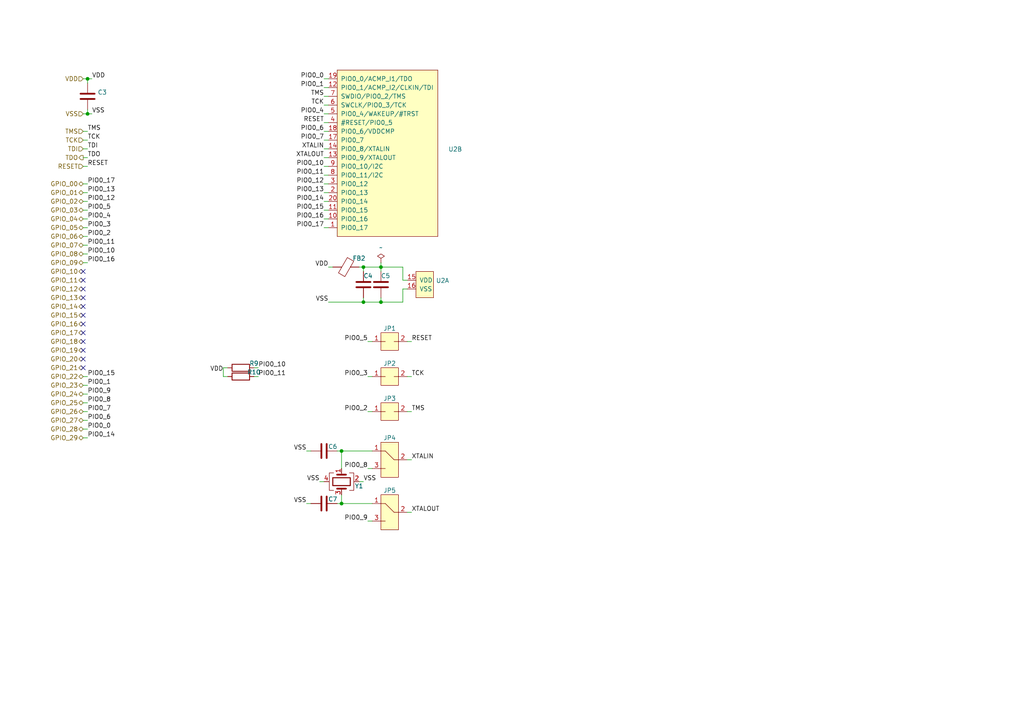
<source format=kicad_sch>
(kicad_sch (version 20211123) (generator eeschema)
  (paper "A4")
  (lib_symbols
    (symbol "Device:C" (pin_numbers hide) (pin_names (offset 0.254))
      (property "Reference" "C" (at 0.635 2.54 0))
      (property "Value" "C" (at 0.635 -2.54 0))
      (symbol "C_0_1"
        (polyline (pts (xy -2.032 -0.762) (xy 2.032 -0.762)) (stroke (width 0.508)))
        (polyline (pts (xy -2.032 0.762) (xy 2.032 0.762)) (stroke (width 0.508)))
      )
      (symbol "C_1_1"
        (pin passive line (at 0 3.81 270) (length 2.794) (name "~") (number "1"))
        (pin passive line (at 0 -3.81 90) (length 2.794) (name "~") (number "2"))
      )
    )
    (symbol "Device:Crystal_GND24" (pin_names (offset 1.016) hide)
      (property "Reference" "Y" (at 3.175 5.08 0))
      (property "Value" "Crystal_GND24" (at 3.175 3.175 0))
      (symbol "Crystal_GND24_0_1"
        (rectangle (start -1.143 2.54) (end 1.143 -2.54) (stroke (width 0.3048)))
        (polyline (pts (xy -2.54 0) (xy -2.032 0)))
        (polyline (pts (xy -2.032 -1.27) (xy -2.032 1.27)) (stroke (width 0.508)))
        (polyline (pts (xy 0 -3.81) (xy 0 -3.556)))
        (polyline (pts (xy 0 3.556) (xy 0 3.81)))
        (polyline (pts (xy 2.032 -1.27) (xy 2.032 1.27)) (stroke (width 0.508)))
        (polyline (pts (xy 2.032 0) (xy 2.54 0)))
        (polyline (pts (xy -2.54 -2.286) (xy -2.54 -3.556) (xy 2.54 -3.556) (xy 2.54 -2.286)))
        (polyline (pts (xy -2.54 2.286) (xy -2.54 3.556) (xy 2.54 3.556) (xy 2.54 2.286)))
      )
      (symbol "Crystal_GND24_1_1"
        (pin passive line (at -3.81 0 0) (length 1.27) (name "1") (number "1"))
        (pin passive line (at 0 5.08 270) (length 1.27) (name "2") (number "2"))
        (pin passive line (at 3.81 0 180) (length 1.27) (name "3") (number "3"))
        (pin passive line (at 0 -5.08 90) (length 1.27) (name "4") (number "4"))
      )
    )
    (symbol "Device:FerriteBead" (pin_numbers hide) (pin_names (offset 0))
      (property "Reference" "FB" (at -3.81 0.635 90))
      (property "Value" "FerriteBead" (at 3.81 0 90))
      (symbol "FerriteBead_0_1"
        (polyline (pts (xy 0 -1.27) (xy 0 -1.2192)))
        (polyline (pts (xy 0 1.27) (xy 0 1.2954)))
        (polyline (pts (xy -2.7686 0.4064) (xy -1.7018 2.2606) (xy 2.7686 -0.3048) (xy 1.6764 -2.159) (xy -2.7686 0.4064)))
      )
      (symbol "FerriteBead_1_1"
        (pin passive line (at 0 3.81 270) (length 2.54) (name "~") (number "1"))
        (pin passive line (at 0 -3.81 90) (length 2.54) (name "~") (number "2"))
      )
    )
    (symbol "Device:R" (pin_numbers hide) (pin_names (offset 0))
      (property "Reference" "R" (at 2.032 0 90))
      (property "Value" "R" (at 0 0 90))
      (symbol "R_0_1"
        (rectangle (start -1.016 -2.54) (end 1.016 2.54) (stroke (width 0.254)))
      )
      (symbol "R_1_1"
        (pin passive line (at 0 3.81 270) (length 1.27) (name "~") (number "1"))
        (pin passive line (at 0 -3.81 90) (length 1.27) (name "~") (number "2"))
      )
    )
    (symbol "SquantorNxp:LPC812M101JDH20" (pin_names (offset 1.016))
      (property "Reference" "U" (at 0 25.4 0))
      (property "Value" "LPC812M101JDH20" (at 0 -25.4 0))
      (symbol "LPC812M101JDH20_1_1"
        (rectangle (start -2.54 3.81) (end 2.54 -3.81) (fill (type background)))
        (pin power_in line (at -5.08 1.27 0) (length 2.54) (name "VDD") (number "15"))
        (pin power_in line (at -5.08 -1.27 0) (length 2.54) (name "VSS") (number "16"))
      )
      (symbol "LPC812M101JDH20_2_1"
        (rectangle (start -13.97 24.13) (end 15.24 -24.13) (fill (type background)))
        (pin bidirectional line (at -16.51 -21.59 0) (length 2.54) (name "PIO0_17") (number "1"))
        (pin bidirectional line (at -16.51 -19.05 0) (length 2.54) (name "PIO0_16") (number "10"))
        (pin bidirectional line (at -16.51 -16.51 0) (length 2.54) (name "PIO0_15") (number "11"))
        (pin bidirectional line (at -16.51 19.05 0) (length 2.54) (name "PIO0_1/ACMP_I2/CLKIN/TDI") (number "12"))
        (pin bidirectional line (at -16.51 -1.27 0) (length 2.54) (name "PIO0_9/XTALOUT") (number "13"))
        (pin bidirectional line (at -16.51 1.27 0) (length 2.54) (name "PIO0_8/XTALIN") (number "14"))
        (pin bidirectional line (at -16.51 3.81 0) (length 2.54) (name "PIO0_7") (number "17"))
        (pin bidirectional line (at -16.51 6.35 0) (length 2.54) (name "PIO0_6/VDDCMP") (number "18"))
        (pin bidirectional line (at -16.51 21.59 0) (length 2.54) (name "PIO0_0/ACMP_I1/TDO") (number "19"))
        (pin bidirectional line (at -16.51 -11.43 0) (length 2.54) (name "PIO0_13") (number "2"))
        (pin bidirectional line (at -16.51 -13.97 0) (length 2.54) (name "PIO0_14") (number "20"))
        (pin bidirectional line (at -16.51 -8.89 0) (length 2.54) (name "PIO0_12") (number "3"))
        (pin bidirectional line (at -16.51 8.89 0) (length 2.54) (name "#RESET/PIO0_5") (number "4"))
        (pin bidirectional line (at -16.51 11.43 0) (length 2.54) (name "PIO0_4/WAKEUP/#TRST") (number "5"))
        (pin bidirectional line (at -16.51 13.97 0) (length 2.54) (name "SWCLK/PIO0_3/TCK") (number "6"))
        (pin bidirectional line (at -16.51 16.51 0) (length 2.54) (name "SWDIO/PIO0_2/TMS") (number "7"))
        (pin bidirectional line (at -16.51 -6.35 0) (length 2.54) (name "PIO0_11/I2C") (number "8"))
        (pin bidirectional line (at -16.51 -3.81 0) (length 2.54) (name "PIO0_10/I2C") (number "9"))
      )
    )
    (symbol "SquantorSpecial:Solderjumper_2way_noconn" (pin_names (offset 1.016))
      (property "Reference" "JP" (at 0 3.81 0))
      (property "Value" "Solderjumper_2way_noconn" (at 0 -3.81 0))
      (symbol "Solderjumper_2way_noconn_0_1"
        (rectangle (start -2.54 2.54) (end 2.54 -2.54) (fill (type background)))
        (polyline (pts (xy -2.54 0) (xy -1.27 0)))
        (polyline (pts (xy 2.54 0) (xy 1.27 0)))
      )
      (symbol "Solderjumper_2way_noconn_1_1"
        (pin passive line (at -5.08 0 0) (length 2.54) (name "~") (number "1"))
        (pin passive line (at 5.08 0 180) (length 2.54) (name "~") (number "2"))
      )
    )
    (symbol "SquantorSpecial:Solderjumper_3way_12conn" (pin_names (offset 1.016))
      (property "Reference" "JP" (at 0 6.35 0))
      (property "Value" "Solderjumper_3way_12conn" (at 0 -6.35 0))
      (symbol "Solderjumper_3way_12conn_0_1"
        (rectangle (start -2.54 5.08) (end 2.54 -5.08) (fill (type background)))
        (polyline (pts (xy -2.54 -2.54) (xy -1.27 -2.54)))
        (polyline (pts (xy -2.54 2.54) (xy -1.27 2.54)))
        (polyline (pts (xy -1.27 2.54) (xy 1.27 0)))
        (polyline (pts (xy 2.54 0) (xy 1.27 0)))
      )
      (symbol "Solderjumper_3way_12conn_1_1"
        (pin passive line (at -5.08 2.54 0) (length 2.54) (name "~") (number "1"))
        (pin passive line (at 5.08 0 180) (length 2.54) (name "~") (number "2"))
        (pin passive line (at -5.08 -2.54 0) (length 2.54) (name "~") (number "3"))
      )
    )
    (symbol "power:PWR_FLAG" (power) (pin_numbers hide) (pin_names (offset 0) hide)
      (property "Value" "PWR_FLAG" (at 0 3.81 0))
      (symbol "PWR_FLAG_0_0"
        (pin power_out line (at 0 0 90) (length 0) (name "pwr") (number "1"))
      )
      (symbol "PWR_FLAG_0_1"
        (polyline (pts (xy 0 0) (xy 0 1.27) (xy -1.016 1.905) (xy 0 2.54) (xy 1.016 1.905) (xy 0 1.27)))
      )
    )
  )
  (junction (at 110.49 87.63))
  (junction (at 25.4 22.86))
  (junction (at 110.49 77.47))
  (junction (at 105.41 77.47))
  (junction (at 99.06 130.81))
  (junction (at 99.06 146.05))
  (junction (at 105.41 87.63))
  (junction (at 25.4 33.02))
  (no_connect (at 24.13 81.28))
  (no_connect (at 24.13 106.68))
  (no_connect (at 24.13 78.74))
  (no_connect (at 24.13 96.52))
  (no_connect (at 24.13 86.36))
  (no_connect (at 24.13 101.6))
  (no_connect (at 24.13 93.98))
  (no_connect (at 24.13 88.9))
  (no_connect (at 24.13 91.44))
  (no_connect (at 24.13 83.82))
  (no_connect (at 24.13 104.14))
  (no_connect (at 24.13 99.06))
  (wire (pts (xy 97.79 146.05) (xy 99.06 146.05)))
  (wire (pts (xy 110.49 77.47) (xy 105.41 77.47)))
  (wire (pts (xy 24.13 38.1) (xy 25.4 38.1)))
  (wire (pts (xy 64.77 106.68) (xy 64.77 109.22)))
  (wire (pts (xy 24.13 33.02) (xy 25.4 33.02)))
  (wire (pts (xy 64.77 109.22) (xy 66.04 109.22)))
  (wire (pts (xy 107.95 99.06) (xy 106.68 99.06)))
  (wire (pts (xy 119.38 109.22) (xy 118.11 109.22)))
  (wire (pts (xy 25.4 22.86) (xy 25.4 24.13)))
  (wire (pts (xy 24.13 48.26) (xy 25.4 48.26)))
  (wire (pts (xy 95.25 60.96) (xy 93.98 60.96)))
  (wire (pts (xy 93.98 139.7) (xy 92.71 139.7)))
  (wire (pts (xy 106.68 135.89) (xy 107.95 135.89)))
  (wire (pts (xy 105.41 87.63) (xy 105.41 86.36)))
  (wire (pts (xy 93.98 45.72) (xy 95.25 45.72)))
  (wire (pts (xy 24.13 114.3) (xy 25.4 114.3)))
  (wire (pts (xy 118.11 81.28) (xy 116.84 81.28)))
  (wire (pts (xy 24.13 55.88) (xy 25.4 55.88)))
  (wire (pts (xy 95.25 35.56) (xy 93.98 35.56)))
  (wire (pts (xy 24.13 43.18) (xy 25.4 43.18)))
  (wire (pts (xy 96.52 77.47) (xy 95.25 77.47)))
  (wire (pts (xy 118.11 119.38) (xy 119.38 119.38)))
  (wire (pts (xy 25.4 121.92) (xy 24.13 121.92)))
  (wire (pts (xy 119.38 148.59) (xy 118.11 148.59)))
  (wire (pts (xy 25.4 116.84) (xy 24.13 116.84)))
  (wire (pts (xy 93.98 58.42) (xy 95.25 58.42)))
  (wire (pts (xy 25.4 63.5) (xy 24.13 63.5)))
  (wire (pts (xy 24.13 22.86) (xy 25.4 22.86)))
  (wire (pts (xy 107.95 151.13) (xy 106.68 151.13)))
  (wire (pts (xy 74.93 109.22) (xy 73.66 109.22)))
  (wire (pts (xy 25.4 40.64) (xy 24.13 40.64)))
  (wire (pts (xy 95.25 33.02) (xy 93.98 33.02)))
  (wire (pts (xy 95.25 50.8) (xy 93.98 50.8)))
  (wire (pts (xy 110.49 86.36) (xy 110.49 87.63)))
  (wire (pts (xy 110.49 87.63) (xy 105.41 87.63)))
  (wire (pts (xy 107.95 146.05) (xy 99.06 146.05)))
  (wire (pts (xy 107.95 109.22) (xy 106.68 109.22)))
  (wire (pts (xy 73.66 106.68) (xy 74.93 106.68)))
  (wire (pts (xy 26.67 33.02) (xy 25.4 33.02)))
  (wire (pts (xy 95.25 22.86) (xy 93.98 22.86)))
  (wire (pts (xy 25.4 71.12) (xy 24.13 71.12)))
  (wire (pts (xy 110.49 78.74) (xy 110.49 77.47)))
  (wire (pts (xy 25.4 68.58) (xy 24.13 68.58)))
  (wire (pts (xy 24.13 73.66) (xy 25.4 73.66)))
  (wire (pts (xy 99.06 135.89) (xy 99.06 130.81)))
  (wire (pts (xy 25.4 53.34) (xy 24.13 53.34)))
  (wire (pts (xy 95.25 53.34) (xy 93.98 53.34)))
  (wire (pts (xy 25.4 33.02) (xy 25.4 31.75)))
  (wire (pts (xy 106.68 119.38) (xy 107.95 119.38)))
  (wire (pts (xy 99.06 130.81) (xy 97.79 130.81)))
  (wire (pts (xy 116.84 87.63) (xy 110.49 87.63)))
  (wire (pts (xy 25.4 58.42) (xy 24.13 58.42)))
  (wire (pts (xy 66.04 106.68) (xy 64.77 106.68)))
  (wire (pts (xy 105.41 87.63) (xy 95.25 87.63)))
  (wire (pts (xy 99.06 146.05) (xy 99.06 143.51)))
  (wire (pts (xy 93.98 27.94) (xy 95.25 27.94)))
  (wire (pts (xy 88.9 146.05) (xy 90.17 146.05)))
  (wire (pts (xy 105.41 77.47) (xy 105.41 78.74)))
  (wire (pts (xy 95.25 55.88) (xy 93.98 55.88)))
  (wire (pts (xy 99.06 130.81) (xy 107.95 130.81)))
  (wire (pts (xy 105.41 77.47) (xy 104.14 77.47)))
  (wire (pts (xy 116.84 77.47) (xy 110.49 77.47)))
  (wire (pts (xy 105.41 139.7) (xy 104.14 139.7)))
  (wire (pts (xy 26.67 22.86) (xy 25.4 22.86)))
  (wire (pts (xy 24.13 124.46) (xy 25.4 124.46)))
  (wire (pts (xy 118.11 83.82) (xy 116.84 83.82)))
  (wire (pts (xy 90.17 130.81) (xy 88.9 130.81)))
  (wire (pts (xy 25.4 111.76) (xy 24.13 111.76)))
  (wire (pts (xy 95.25 30.48) (xy 93.98 30.48)))
  (wire (pts (xy 25.4 76.2) (xy 24.13 76.2)))
  (wire (pts (xy 24.13 66.04) (xy 25.4 66.04)))
  (wire (pts (xy 95.25 66.04) (xy 93.98 66.04)))
  (wire (pts (xy 25.4 127) (xy 24.13 127)))
  (wire (pts (xy 93.98 40.64) (xy 95.25 40.64)))
  (wire (pts (xy 110.49 76.2) (xy 110.49 77.47)))
  (wire (pts (xy 95.25 38.1) (xy 93.98 38.1)))
  (wire (pts (xy 24.13 60.96) (xy 25.4 60.96)))
  (wire (pts (xy 93.98 48.26) (xy 95.25 48.26)))
  (wire (pts (xy 25.4 45.72) (xy 24.13 45.72)))
  (wire (pts (xy 24.13 119.38) (xy 25.4 119.38)))
  (wire (pts (xy 93.98 63.5) (xy 95.25 63.5)))
  (wire (pts (xy 116.84 77.47) (xy 116.84 81.28)))
  (wire (pts (xy 119.38 99.06) (xy 118.11 99.06)))
  (wire (pts (xy 119.38 133.35) (xy 118.11 133.35)))
  (wire (pts (xy 24.13 109.22) (xy 25.4 109.22)))
  (wire (pts (xy 95.25 43.18) (xy 93.98 43.18)))
  (wire (pts (xy 93.98 25.4) (xy 95.25 25.4)))
  (wire (pts (xy 116.84 83.82) (xy 116.84 87.63)))
  (label "PIO0_15" (at 25.4 109.22 0))
  (label "PIO0_8" (at 106.68 135.89 180))
  (label "TMS" (at 25.4 38.1 0))
  (label "PIO0_12" (at 93.98 53.34 180))
  (label "VSS" (at 88.9 146.05 180))
  (label "PIO0_2" (at 106.68 119.38 180))
  (label "PIO0_5" (at 25.4 60.96 0))
  (label "PIO0_8" (at 25.4 116.84 0))
  (label "VSS" (at 105.41 139.7 0))
  (label "TCK" (at 25.4 40.64 0))
  (label "PIO0_10" (at 93.98 48.26 180))
  (label "VSS" (at 26.67 33.02 0))
  (label "PIO0_1" (at 25.4 111.76 0))
  (label "XTALOUT" (at 93.98 45.72 180))
  (label "PIO0_14" (at 93.98 58.42 180))
  (label "PIO0_17" (at 93.98 66.04 180))
  (label "PIO0_17" (at 25.4 53.34 0))
  (label "PIO0_0" (at 25.4 124.46 0))
  (label "PIO0_11" (at 25.4 71.12 0))
  (label "PIO0_5" (at 106.68 99.06 180))
  (label "PIO0_11" (at 93.98 50.8 180))
  (label "VSS" (at 95.25 87.63 180))
  (label "VSS" (at 88.9 130.81 180))
  (label "PIO0_14" (at 25.4 127 0))
  (label "PIO0_6" (at 25.4 121.92 0))
  (label "PIO0_3" (at 106.68 109.22 180))
  (label "VSS" (at 92.71 139.7 180))
  (label "XTALIN" (at 119.38 133.35 0))
  (label "PIO0_10" (at 25.4 73.66 0))
  (label "PIO0_2" (at 25.4 68.58 0))
  (label "TDI" (at 25.4 43.18 0))
  (label "RESET" (at 119.38 99.06 0))
  (label "PIO0_4" (at 25.4 63.5 0))
  (label "PIO0_12" (at 25.4 58.42 0))
  (label "TMS" (at 119.38 119.38 0))
  (label "PIO0_16" (at 25.4 76.2 0))
  (label "RESET" (at 93.98 35.56 180))
  (label "PIO0_9" (at 106.68 151.13 180))
  (label "PIO0_13" (at 93.98 55.88 180))
  (label "PIO0_16" (at 93.98 63.5 180))
  (label "PIO0_11" (at 74.93 109.22 0))
  (label "PIO0_7" (at 93.98 40.64 180))
  (label "PIO0_9" (at 25.4 114.3 0))
  (label "PIO0_13" (at 25.4 55.88 0))
  (label "PIO0_15" (at 93.98 60.96 180))
  (label "TMS" (at 93.98 27.94 180))
  (label "PIO0_10" (at 74.93 106.68 0))
  (label "PIO0_4" (at 93.98 33.02 180))
  (label "PIO0_0" (at 93.98 22.86 180))
  (label "VDD" (at 64.77 107.95 180))
  (label "TCK" (at 119.38 109.22 0))
  (label "VDD" (at 95.25 77.47 180))
  (label "PIO0_6" (at 93.98 38.1 180))
  (label "XTALIN" (at 93.98 43.18 180))
  (label "PIO0_7" (at 25.4 119.38 0))
  (label "XTALOUT" (at 119.38 148.59 0))
  (label "TDO" (at 25.4 45.72 0))
  (label "RESET" (at 25.4 48.26 0))
  (label "PIO0_1" (at 93.98 25.4 180))
  (label "PIO0_3" (at 25.4 66.04 0))
  (label "VDD" (at 26.67 22.86 0))
  (label "TCK" (at 93.98 30.48 180))
  (hierarchical_label "GPIO_06" (shape bidirectional) (at 24.13 68.58 180))
  (hierarchical_label "GPIO_11" (shape bidirectional) (at 24.13 81.28 180))
  (hierarchical_label "GPIO_16" (shape bidirectional) (at 24.13 93.98 180))
  (hierarchical_label "GPIO_10" (shape bidirectional) (at 24.13 78.74 180))
  (hierarchical_label "RESET" (shape input) (at 24.13 48.26 180))
  (hierarchical_label "GPIO_17" (shape bidirectional) (at 24.13 96.52 180))
  (hierarchical_label "GPIO_23" (shape bidirectional) (at 24.13 111.76 180))
  (hierarchical_label "GPIO_09" (shape bidirectional) (at 24.13 76.2 180))
  (hierarchical_label "GPIO_18" (shape bidirectional) (at 24.13 99.06 180))
  (hierarchical_label "GPIO_00" (shape bidirectional) (at 24.13 53.34 180))
  (hierarchical_label "GPIO_21" (shape bidirectional) (at 24.13 106.68 180))
  (hierarchical_label "GPIO_02" (shape bidirectional) (at 24.13 58.42 180))
  (hierarchical_label "TDI" (shape input) (at 24.13 43.18 180))
  (hierarchical_label "GPIO_13" (shape bidirectional) (at 24.13 86.36 180))
  (hierarchical_label "GPIO_28" (shape bidirectional) (at 24.13 124.46 180))
  (hierarchical_label "GPIO_26" (shape bidirectional) (at 24.13 119.38 180))
  (hierarchical_label "VDD" (shape input) (at 24.13 22.86 180))
  (hierarchical_label "GPIO_22" (shape bidirectional) (at 24.13 109.22 180))
  (hierarchical_label "GPIO_29" (shape bidirectional) (at 24.13 127 180))
  (hierarchical_label "GPIO_01" (shape bidirectional) (at 24.13 55.88 180))
  (hierarchical_label "GPIO_19" (shape bidirectional) (at 24.13 101.6 180))
  (hierarchical_label "GPIO_05" (shape bidirectional) (at 24.13 66.04 180))
  (hierarchical_label "GPIO_08" (shape bidirectional) (at 24.13 73.66 180))
  (hierarchical_label "GPIO_07" (shape bidirectional) (at 24.13 71.12 180))
  (hierarchical_label "GPIO_03" (shape bidirectional) (at 24.13 60.96 180))
  (hierarchical_label "GPIO_20" (shape bidirectional) (at 24.13 104.14 180))
  (hierarchical_label "GPIO_25" (shape bidirectional) (at 24.13 116.84 180))
  (hierarchical_label "GPIO_15" (shape bidirectional) (at 24.13 91.44 180))
  (hierarchical_label "VSS" (shape input) (at 24.13 33.02 180))
  (hierarchical_label "GPIO_12" (shape bidirectional) (at 24.13 83.82 180))
  (hierarchical_label "GPIO_27" (shape bidirectional) (at 24.13 121.92 180))
  (hierarchical_label "TMS" (shape input) (at 24.13 38.1 180))
  (hierarchical_label "TCK" (shape input) (at 24.13 40.64 180))
  (hierarchical_label "TDO" (shape output) (at 24.13 45.72 180))
  (hierarchical_label "GPIO_14" (shape bidirectional) (at 24.13 88.9 180))
  (hierarchical_label "GPIO_04" (shape bidirectional) (at 24.13 63.5 180))
  (hierarchical_label "GPIO_24" (shape bidirectional) (at 24.13 114.3 180))
  (symbol (lib_id "SquantorNxp:LPC812M101JDH20") (at 123.19 82.55 0) (unit 1)
    (property "Reference" "U2" (at 126.4412 81.3816 0) (effects (justify left)))
  )
  (symbol (lib_id "SquantorNxp:LPC812M101JDH20") (at 111.76 44.45 0) (unit 2)
    (property "Reference" "U2" (at 130.0226 43.2816 0) (effects (justify left)))
  )
  (symbol (lib_id "Device:C") (at 110.49 82.55 0) (unit 1)
    (property "Reference" "C5" (at 110.49 80.01 0) (effects (justify left)))
  )
  (symbol (lib_id "Device:C") (at 105.41 82.55 0) (unit 1)
    (property "Reference" "C4" (at 105.41 80.01 0) (effects (justify left)))
  )
  (symbol (lib_id "Device:FerriteBead") (at 100.33 77.47 270) (unit 1)
    (property "Reference" "FB2" (at 104.14 74.93 90))
  )
  (symbol (lib_id "SquantorSpecial:Solderjumper_2way_noconn") (at 113.03 99.06 0) (unit 1)
    (property "Reference" "JP1" (at 113.03 95.25 0))
  )
  (symbol (lib_id "SquantorSpecial:Solderjumper_2way_noconn") (at 113.03 109.22 0) (unit 1)
    (property "Reference" "JP2" (at 113.03 105.41 0))
  )
  (symbol (lib_id "SquantorSpecial:Solderjumper_2way_noconn") (at 113.03 119.38 0) (unit 1)
    (property "Reference" "JP3" (at 113.03 115.57 0))
  )
  (symbol (lib_id "Device:C") (at 25.4 27.94 0) (unit 1)
    (property "Reference" "C3" (at 28.321 26.7716 0) (effects (justify left)))
  )
  (symbol (lib_id "SquantorSpecial:Solderjumper_3way_12conn") (at 113.03 133.35 0) (unit 1)
    (property "Reference" "JP4" (at 113.03 127 0))
  )
  (symbol (lib_id "SquantorSpecial:Solderjumper_3way_12conn") (at 113.03 148.59 0) (unit 1)
    (property "Reference" "JP5" (at 113.03 142.24 0))
  )
  (symbol (lib_id "Device:Crystal_GND24") (at 99.06 139.7 270) (unit 1)
    (property "Reference" "Y1" (at 102.87 140.97 90) (effects (justify left)))
  )
  (symbol (lib_id "Device:C") (at 93.98 130.81 270) (unit 1)
    (property "Reference" "C6" (at 96.52 129.54 90))
  )
  (symbol (lib_id "Device:C") (at 93.98 146.05 270) (unit 1)
    (property "Reference" "C7" (at 96.52 144.78 90))
  )
  (symbol (lib_id "Device:R") (at 69.85 106.68 270) (unit 1)
    (property "Reference" "R9" (at 73.66 105.41 90))
  )
  (symbol (lib_id "Device:R") (at 69.85 109.22 270) (unit 1)
    (property "Reference" "R10" (at 73.66 107.95 90))
  )
  (symbol (lib_id "power:PWR_FLAG") (at 110.49 76.2 0) (unit 1)
    (property "Reference" "#FLG0101" (effects hide))
  )
)
</source>
